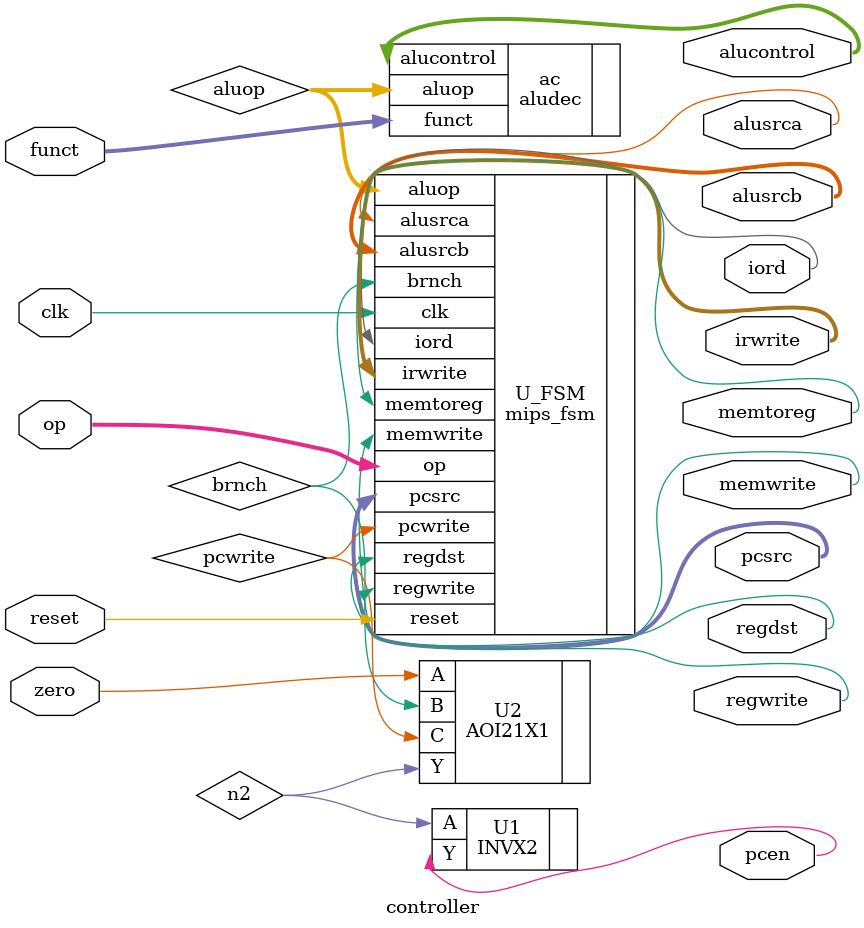
<source format=v>


module controller ( clk, reset, op, funct, zero, memwrite, alusrca, memtoreg, 
        iord, pcen, regwrite, regdst, pcsrc, alusrcb, alucontrol, irwrite );
  input [5:0] op;
  input [5:0] funct;
  output [1:0] pcsrc;
  output [1:0] alusrcb;
  output [6:0] alucontrol;
  output [3:0] irwrite;
  input clk, reset, zero;
  output memwrite, alusrca, memtoreg, iord, pcen, regwrite, regdst;
  wire   n2;
  tri   clk;
  tri   reset;
  tri   [5:0] op;
  tri   [5:0] funct;
  tri   memwrite;
  tri   alusrca;
  tri   memtoreg;
  tri   iord;
  tri   regwrite;
  tri   regdst;
  tri   [1:0] pcsrc;
  tri   [1:0] alusrcb;
  tri   [6:0] alucontrol;
  tri   [3:0] irwrite;
  tri   pcwrite;
  tri   brnch;
  tri   [1:0] aluop;

  mips_fsm U_FSM ( .clk(clk), .reset(reset), .op(op), .memwrite(memwrite), 
        .alusrca(alusrca), .memtoreg(memtoreg), .iord(iord), .pcwrite(pcwrite), 
        .brnch(brnch), .regwrite(regwrite), .regdst(regdst), .pcsrc(pcsrc), 
        .alusrcb(alusrcb), .aluop(aluop), .irwrite(irwrite) );
  aludec ac ( .aluop(aluop), .funct(funct), .alucontrol(alucontrol) );
  INVX2 U1 ( .A(n2), .Y(pcen) );
  AOI21X1 U2 ( .A(zero), .B(brnch), .C(pcwrite), .Y(n2) );
endmodule


</source>
